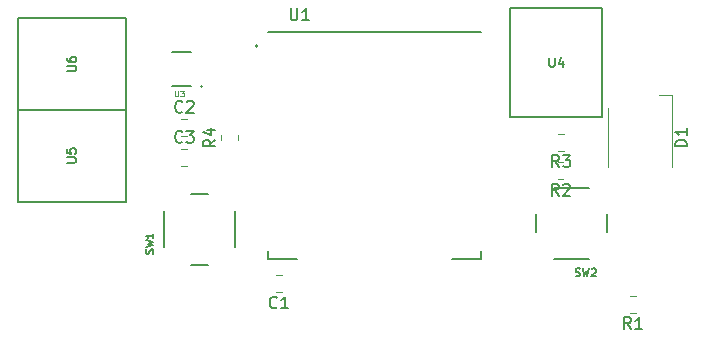
<source format=gbr>
%TF.GenerationSoftware,KiCad,Pcbnew,(6.0.2)*%
%TF.CreationDate,2022-04-12T11:14:46+02:00*%
%TF.ProjectId,pcb,7063622e-6b69-4636-9164-5f7063625858,rev?*%
%TF.SameCoordinates,Original*%
%TF.FileFunction,Legend,Top*%
%TF.FilePolarity,Positive*%
%FSLAX46Y46*%
G04 Gerber Fmt 4.6, Leading zero omitted, Abs format (unit mm)*
G04 Created by KiCad (PCBNEW (6.0.2)) date 2022-04-12 11:14:46*
%MOMM*%
%LPD*%
G01*
G04 APERTURE LIST*
%ADD10C,0.120377*%
%ADD11C,0.150000*%
%ADD12C,0.127000*%
%ADD13C,0.130000*%
%ADD14C,0.120000*%
%ADD15C,0.200000*%
G04 APERTURE END LIST*
D10*
%TO.C,U3*%
X146524592Y-61664724D02*
X146524592Y-62054515D01*
X146547521Y-62100373D01*
X146570450Y-62123302D01*
X146616308Y-62146231D01*
X146708023Y-62146231D01*
X146753881Y-62123302D01*
X146776810Y-62100373D01*
X146799739Y-62054515D01*
X146799739Y-61664724D01*
X146983170Y-61664724D02*
X147281246Y-61664724D01*
X147120744Y-61848155D01*
X147189530Y-61848155D01*
X147235388Y-61871084D01*
X147258317Y-61894013D01*
X147281246Y-61939871D01*
X147281246Y-62054515D01*
X147258317Y-62100373D01*
X147235388Y-62123302D01*
X147189530Y-62146231D01*
X147051957Y-62146231D01*
X147006099Y-62123302D01*
X146983170Y-62100373D01*
D11*
%TO.C,C2*%
X147153333Y-63447142D02*
X147105714Y-63494761D01*
X146962857Y-63542380D01*
X146867619Y-63542380D01*
X146724761Y-63494761D01*
X146629523Y-63399523D01*
X146581904Y-63304285D01*
X146534285Y-63113809D01*
X146534285Y-62970952D01*
X146581904Y-62780476D01*
X146629523Y-62685238D01*
X146724761Y-62590000D01*
X146867619Y-62542380D01*
X146962857Y-62542380D01*
X147105714Y-62590000D01*
X147153333Y-62637619D01*
X147534285Y-62637619D02*
X147581904Y-62590000D01*
X147677142Y-62542380D01*
X147915238Y-62542380D01*
X148010476Y-62590000D01*
X148058095Y-62637619D01*
X148105714Y-62732857D01*
X148105714Y-62828095D01*
X148058095Y-62970952D01*
X147486666Y-63542380D01*
X148105714Y-63542380D01*
%TO.C,C3*%
X147153333Y-65987142D02*
X147105714Y-66034761D01*
X146962857Y-66082380D01*
X146867619Y-66082380D01*
X146724761Y-66034761D01*
X146629523Y-65939523D01*
X146581904Y-65844285D01*
X146534285Y-65653809D01*
X146534285Y-65510952D01*
X146581904Y-65320476D01*
X146629523Y-65225238D01*
X146724761Y-65130000D01*
X146867619Y-65082380D01*
X146962857Y-65082380D01*
X147105714Y-65130000D01*
X147153333Y-65177619D01*
X147486666Y-65082380D02*
X148105714Y-65082380D01*
X147772380Y-65463333D01*
X147915238Y-65463333D01*
X148010476Y-65510952D01*
X148058095Y-65558571D01*
X148105714Y-65653809D01*
X148105714Y-65891904D01*
X148058095Y-65987142D01*
X148010476Y-66034761D01*
X147915238Y-66082380D01*
X147629523Y-66082380D01*
X147534285Y-66034761D01*
X147486666Y-65987142D01*
%TO.C,U1*%
X156320595Y-54715380D02*
X156320595Y-55524904D01*
X156368214Y-55620142D01*
X156415833Y-55667761D01*
X156511071Y-55715380D01*
X156701547Y-55715380D01*
X156796785Y-55667761D01*
X156844404Y-55620142D01*
X156892023Y-55524904D01*
X156892023Y-54715380D01*
X157892023Y-55715380D02*
X157320595Y-55715380D01*
X157606309Y-55715380D02*
X157606309Y-54715380D01*
X157511071Y-54858238D01*
X157415833Y-54953476D01*
X157320595Y-55001095D01*
%TO.C,C1*%
X155154333Y-80015142D02*
X155106714Y-80062761D01*
X154963857Y-80110380D01*
X154868619Y-80110380D01*
X154725761Y-80062761D01*
X154630523Y-79967523D01*
X154582904Y-79872285D01*
X154535285Y-79681809D01*
X154535285Y-79538952D01*
X154582904Y-79348476D01*
X154630523Y-79253238D01*
X154725761Y-79158000D01*
X154868619Y-79110380D01*
X154963857Y-79110380D01*
X155106714Y-79158000D01*
X155154333Y-79205619D01*
X156106714Y-80110380D02*
X155535285Y-80110380D01*
X155821000Y-80110380D02*
X155821000Y-79110380D01*
X155725761Y-79253238D01*
X155630523Y-79348476D01*
X155535285Y-79396095D01*
%TO.C,U5*%
X137363803Y-67782925D02*
X138001224Y-67782925D01*
X138076215Y-67745430D01*
X138113710Y-67707934D01*
X138151205Y-67632944D01*
X138151205Y-67482962D01*
X138113710Y-67407972D01*
X138076215Y-67370476D01*
X138001224Y-67332981D01*
X137363803Y-67332981D01*
X137363803Y-66583074D02*
X137363803Y-66958028D01*
X137738757Y-66995523D01*
X137701261Y-66958028D01*
X137663766Y-66883037D01*
X137663766Y-66695560D01*
X137701261Y-66620570D01*
X137738757Y-66583074D01*
X137813747Y-66545579D01*
X138001224Y-66545579D01*
X138076215Y-66583074D01*
X138113710Y-66620570D01*
X138151205Y-66695560D01*
X138151205Y-66883037D01*
X138113710Y-66958028D01*
X138076215Y-66995523D01*
%TO.C,SW1*%
X144667358Y-75480133D02*
X144697875Y-75388581D01*
X144697875Y-75235994D01*
X144667358Y-75174960D01*
X144636841Y-75144442D01*
X144575806Y-75113925D01*
X144514771Y-75113925D01*
X144453737Y-75144442D01*
X144423219Y-75174960D01*
X144392702Y-75235994D01*
X144362185Y-75358064D01*
X144331667Y-75419098D01*
X144301150Y-75449616D01*
X144240115Y-75480133D01*
X144179081Y-75480133D01*
X144118046Y-75449616D01*
X144087529Y-75419098D01*
X144057011Y-75358064D01*
X144057011Y-75205477D01*
X144087529Y-75113925D01*
X144057011Y-74900304D02*
X144697875Y-74747717D01*
X144240115Y-74625648D01*
X144697875Y-74503578D01*
X144057011Y-74350992D01*
X144697875Y-73771162D02*
X144697875Y-74137370D01*
X144697875Y-73954266D02*
X144057011Y-73954266D01*
X144148563Y-74015301D01*
X144209598Y-74076336D01*
X144240115Y-74137370D01*
%TO.C,U4*%
X178216074Y-58877803D02*
X178216074Y-59515224D01*
X178253570Y-59590215D01*
X178291065Y-59627710D01*
X178366056Y-59665205D01*
X178516037Y-59665205D01*
X178591028Y-59627710D01*
X178628523Y-59590215D01*
X178666018Y-59515224D01*
X178666018Y-58877803D01*
X179378430Y-59140271D02*
X179378430Y-59665205D01*
X179190953Y-58840308D02*
X179003476Y-59402738D01*
X179490916Y-59402738D01*
%TO.C,D1*%
X189880380Y-66397095D02*
X188880380Y-66397095D01*
X188880380Y-66159000D01*
X188928000Y-66016142D01*
X189023238Y-65920904D01*
X189118476Y-65873285D01*
X189308952Y-65825666D01*
X189451809Y-65825666D01*
X189642285Y-65873285D01*
X189737523Y-65920904D01*
X189832761Y-66016142D01*
X189880380Y-66159000D01*
X189880380Y-66397095D01*
X189880380Y-64873285D02*
X189880380Y-65444714D01*
X189880380Y-65159000D02*
X188880380Y-65159000D01*
X189023238Y-65254238D01*
X189118476Y-65349476D01*
X189166095Y-65444714D01*
%TO.C,U6*%
X137363803Y-60035925D02*
X138001224Y-60035925D01*
X138076215Y-59998430D01*
X138113710Y-59960934D01*
X138151205Y-59885944D01*
X138151205Y-59735962D01*
X138113710Y-59660972D01*
X138076215Y-59623476D01*
X138001224Y-59585981D01*
X137363803Y-59585981D01*
X137363803Y-58873570D02*
X137363803Y-59023551D01*
X137401299Y-59098542D01*
X137438794Y-59136037D01*
X137551280Y-59211028D01*
X137701261Y-59248523D01*
X138001224Y-59248523D01*
X138076215Y-59211028D01*
X138113710Y-59173532D01*
X138151205Y-59098542D01*
X138151205Y-58948560D01*
X138113710Y-58873570D01*
X138076215Y-58836074D01*
X138001224Y-58798579D01*
X137813747Y-58798579D01*
X137738757Y-58836074D01*
X137701261Y-58873570D01*
X137663766Y-58948560D01*
X137663766Y-59098542D01*
X137701261Y-59173532D01*
X137738757Y-59211028D01*
X137813747Y-59248523D01*
%TO.C,R3*%
X179030333Y-68142380D02*
X178697000Y-67666190D01*
X178458904Y-68142380D02*
X178458904Y-67142380D01*
X178839857Y-67142380D01*
X178935095Y-67190000D01*
X178982714Y-67237619D01*
X179030333Y-67332857D01*
X179030333Y-67475714D01*
X178982714Y-67570952D01*
X178935095Y-67618571D01*
X178839857Y-67666190D01*
X178458904Y-67666190D01*
X179363666Y-67142380D02*
X179982714Y-67142380D01*
X179649380Y-67523333D01*
X179792238Y-67523333D01*
X179887476Y-67570952D01*
X179935095Y-67618571D01*
X179982714Y-67713809D01*
X179982714Y-67951904D01*
X179935095Y-68047142D01*
X179887476Y-68094761D01*
X179792238Y-68142380D01*
X179506523Y-68142380D01*
X179411285Y-68094761D01*
X179363666Y-68047142D01*
%TO.C,SW2*%
X180451162Y-77339436D02*
X180542714Y-77369953D01*
X180695301Y-77369953D01*
X180756336Y-77339436D01*
X180786853Y-77308919D01*
X180817370Y-77247884D01*
X180817370Y-77186849D01*
X180786853Y-77125815D01*
X180756336Y-77095297D01*
X180695301Y-77064780D01*
X180573232Y-77034263D01*
X180512197Y-77003745D01*
X180481680Y-76973228D01*
X180451162Y-76912193D01*
X180451162Y-76851159D01*
X180481680Y-76790124D01*
X180512197Y-76759607D01*
X180573232Y-76729089D01*
X180725818Y-76729089D01*
X180817370Y-76759607D01*
X181030992Y-76729089D02*
X181183578Y-77369953D01*
X181305648Y-76912193D01*
X181427717Y-77369953D01*
X181580304Y-76729089D01*
X181793925Y-76790124D02*
X181824442Y-76759607D01*
X181885477Y-76729089D01*
X182038064Y-76729089D01*
X182099098Y-76759607D01*
X182129616Y-76790124D01*
X182160133Y-76851159D01*
X182160133Y-76912193D01*
X182129616Y-77003745D01*
X181763408Y-77369953D01*
X182160133Y-77369953D01*
%TO.C,R2*%
X179006833Y-70555380D02*
X178673500Y-70079190D01*
X178435404Y-70555380D02*
X178435404Y-69555380D01*
X178816357Y-69555380D01*
X178911595Y-69603000D01*
X178959214Y-69650619D01*
X179006833Y-69745857D01*
X179006833Y-69888714D01*
X178959214Y-69983952D01*
X178911595Y-70031571D01*
X178816357Y-70079190D01*
X178435404Y-70079190D01*
X179387785Y-69650619D02*
X179435404Y-69603000D01*
X179530642Y-69555380D01*
X179768738Y-69555380D01*
X179863976Y-69603000D01*
X179911595Y-69650619D01*
X179959214Y-69745857D01*
X179959214Y-69841095D01*
X179911595Y-69983952D01*
X179340166Y-70555380D01*
X179959214Y-70555380D01*
%TO.C,R4*%
X149932380Y-65825666D02*
X149456190Y-66159000D01*
X149932380Y-66397095D02*
X148932380Y-66397095D01*
X148932380Y-66016142D01*
X148980000Y-65920904D01*
X149027619Y-65873285D01*
X149122857Y-65825666D01*
X149265714Y-65825666D01*
X149360952Y-65873285D01*
X149408571Y-65920904D01*
X149456190Y-66016142D01*
X149456190Y-66397095D01*
X149265714Y-64968523D02*
X149932380Y-64968523D01*
X148884761Y-65206619D02*
X149599047Y-65444714D01*
X149599047Y-64825666D01*
%TO.C,R1*%
X185126333Y-81858380D02*
X184793000Y-81382190D01*
X184554904Y-81858380D02*
X184554904Y-80858380D01*
X184935857Y-80858380D01*
X185031095Y-80906000D01*
X185078714Y-80953619D01*
X185126333Y-81048857D01*
X185126333Y-81191714D01*
X185078714Y-81286952D01*
X185031095Y-81334571D01*
X184935857Y-81382190D01*
X184554904Y-81382190D01*
X186078714Y-81858380D02*
X185507285Y-81858380D01*
X185793000Y-81858380D02*
X185793000Y-80858380D01*
X185697761Y-81001238D01*
X185602523Y-81096476D01*
X185507285Y-81144095D01*
D12*
%TO.C,U3*%
X146266000Y-61267000D02*
X147866000Y-61267000D01*
X147866000Y-58367000D02*
X146266000Y-58367000D01*
D13*
X148831000Y-61317000D02*
G75*
G03*
X148831000Y-61317000I-65000J0D01*
G01*
D14*
%TO.C,C2*%
X147058748Y-64035000D02*
X147581252Y-64035000D01*
X147058748Y-65505000D02*
X147581252Y-65505000D01*
%TO.C,C3*%
X147058748Y-68045000D02*
X147581252Y-68045000D01*
X147058748Y-66575000D02*
X147581252Y-66575000D01*
D12*
%TO.C,U1*%
X154407500Y-56698000D02*
X172407500Y-56698000D01*
X154407500Y-75248000D02*
X154407500Y-75898000D01*
X172407500Y-75898000D02*
X172407500Y-75248000D01*
X154407500Y-75898000D02*
X156857500Y-75898000D01*
X169957500Y-75898000D02*
X172407500Y-75898000D01*
D15*
X153507500Y-57898000D02*
G75*
G03*
X153507500Y-57898000I-100000J0D01*
G01*
D14*
%TO.C,C1*%
X155582252Y-77243000D02*
X155059748Y-77243000D01*
X155582252Y-78713000D02*
X155059748Y-78713000D01*
D12*
%TO.C,U5*%
X133195000Y-71083000D02*
X142395000Y-71083000D01*
X142395000Y-71083000D02*
X142395000Y-63283000D01*
X133195000Y-63283000D02*
X133195000Y-71083000D01*
X142395000Y-63283000D02*
X133195000Y-63283000D01*
%TO.C,SW1*%
X151590000Y-74906000D02*
X151590000Y-71906000D01*
X147840000Y-70406000D02*
X149340000Y-70406000D01*
X145590000Y-74906000D02*
X145590000Y-71906000D01*
X149340000Y-76406000D02*
X147840000Y-76406000D01*
%TO.C,U4*%
X182716000Y-63909000D02*
X182716000Y-54709000D01*
X174916000Y-63909000D02*
X182716000Y-63909000D01*
X174916000Y-54709000D02*
X174916000Y-63909000D01*
X182716000Y-54709000D02*
X174916000Y-54709000D01*
D14*
%TO.C,D1*%
X183228000Y-68159000D02*
X183228000Y-63159000D01*
X188628000Y-62059000D02*
X188628000Y-68159000D01*
X187528000Y-62059000D02*
X188628000Y-62059000D01*
D12*
%TO.C,U6*%
X142395000Y-63336000D02*
X142395000Y-55536000D01*
X133195000Y-63336000D02*
X142395000Y-63336000D01*
X142395000Y-55536000D02*
X133195000Y-55536000D01*
X133195000Y-55536000D02*
X133195000Y-63336000D01*
D14*
%TO.C,R3*%
X179424064Y-66775000D02*
X178969936Y-66775000D01*
X179424064Y-65305000D02*
X178969936Y-65305000D01*
D12*
%TO.C,SW2*%
X181586000Y-69898000D02*
X178586000Y-69898000D01*
X177086000Y-73648000D02*
X177086000Y-72148000D01*
X181586000Y-75898000D02*
X178586000Y-75898000D01*
X183086000Y-72148000D02*
X183086000Y-73648000D01*
D14*
%TO.C,R2*%
X179400564Y-67718000D02*
X178946436Y-67718000D01*
X179400564Y-69188000D02*
X178946436Y-69188000D01*
%TO.C,R4*%
X151865000Y-65886064D02*
X151865000Y-65431936D01*
X150395000Y-65886064D02*
X150395000Y-65431936D01*
%TO.C,R1*%
X185520064Y-79021000D02*
X185065936Y-79021000D01*
X185520064Y-80491000D02*
X185065936Y-80491000D01*
%TD*%
M02*

</source>
